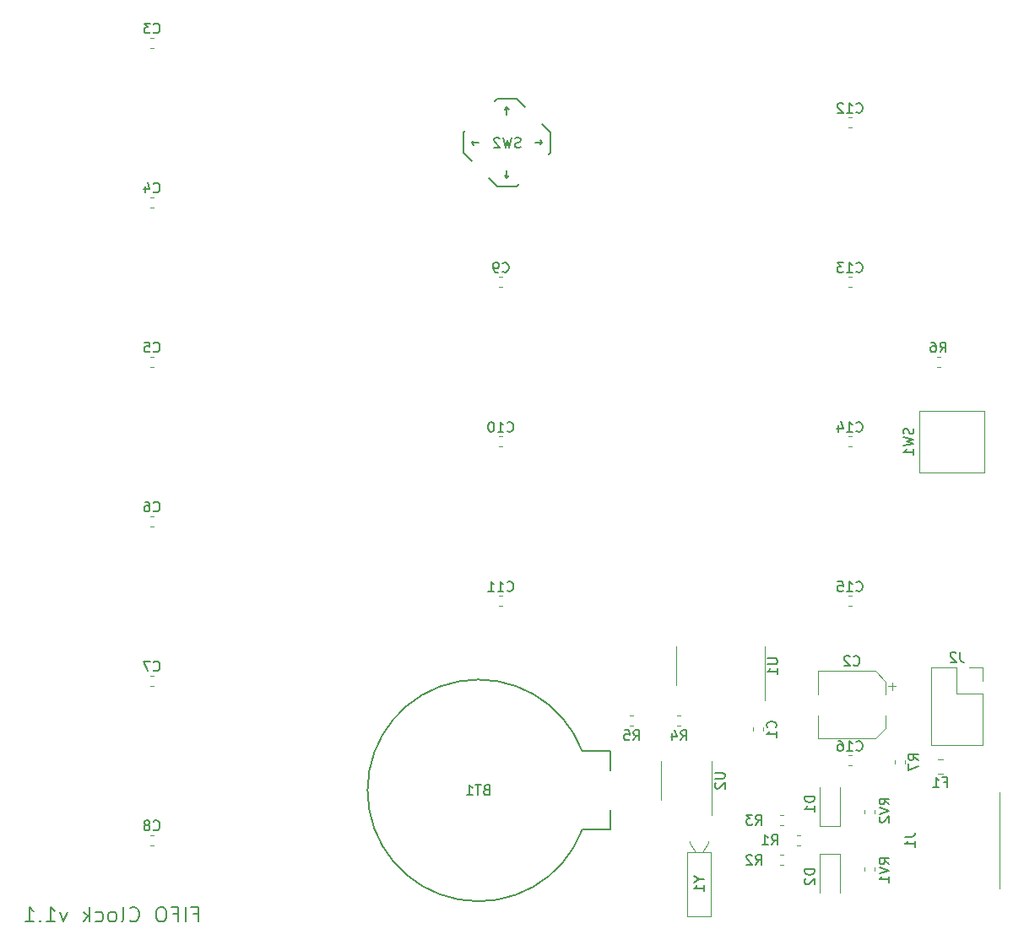
<source format=gbr>
G04 #@! TF.GenerationSoftware,KiCad,Pcbnew,5.1.3-ffb9f22~84~ubuntu18.10.1*
G04 #@! TF.CreationDate,2020-02-01T18:16:24-05:00*
G04 #@! TF.ProjectId,FIFO_Clock,4649464f-5f43-46c6-9f63-6b2e6b696361,rev?*
G04 #@! TF.SameCoordinates,PX2faf080PY2faf080*
G04 #@! TF.FileFunction,Legend,Bot*
G04 #@! TF.FilePolarity,Positive*
%FSLAX46Y46*%
G04 Gerber Fmt 4.6, Leading zero omitted, Abs format (unit mm)*
G04 Created by KiCad (PCBNEW 5.1.3-ffb9f22~84~ubuntu18.10.1) date 2020-02-01 18:16:24*
%MOMM*%
%LPD*%
G04 APERTURE LIST*
%ADD10C,0.150000*%
%ADD11C,0.120000*%
G04 APERTURE END LIST*
D10*
X19142857Y-97392857D02*
X19642857Y-97392857D01*
X19642857Y-98178571D02*
X19642857Y-96678571D01*
X18928571Y-96678571D01*
X18357142Y-98178571D02*
X18357142Y-96678571D01*
X17142857Y-97392857D02*
X17642857Y-97392857D01*
X17642857Y-98178571D02*
X17642857Y-96678571D01*
X16928571Y-96678571D01*
X16071428Y-96678571D02*
X15785714Y-96678571D01*
X15642857Y-96750000D01*
X15500000Y-96892857D01*
X15428571Y-97178571D01*
X15428571Y-97678571D01*
X15500000Y-97964285D01*
X15642857Y-98107142D01*
X15785714Y-98178571D01*
X16071428Y-98178571D01*
X16214285Y-98107142D01*
X16357142Y-97964285D01*
X16428571Y-97678571D01*
X16428571Y-97178571D01*
X16357142Y-96892857D01*
X16214285Y-96750000D01*
X16071428Y-96678571D01*
X12785714Y-98035714D02*
X12857142Y-98107142D01*
X13071428Y-98178571D01*
X13214285Y-98178571D01*
X13428571Y-98107142D01*
X13571428Y-97964285D01*
X13642857Y-97821428D01*
X13714285Y-97535714D01*
X13714285Y-97321428D01*
X13642857Y-97035714D01*
X13571428Y-96892857D01*
X13428571Y-96750000D01*
X13214285Y-96678571D01*
X13071428Y-96678571D01*
X12857142Y-96750000D01*
X12785714Y-96821428D01*
X11928571Y-98178571D02*
X12071428Y-98107142D01*
X12142857Y-97964285D01*
X12142857Y-96678571D01*
X11142857Y-98178571D02*
X11285714Y-98107142D01*
X11357142Y-98035714D01*
X11428571Y-97892857D01*
X11428571Y-97464285D01*
X11357142Y-97321428D01*
X11285714Y-97250000D01*
X11142857Y-97178571D01*
X10928571Y-97178571D01*
X10785714Y-97250000D01*
X10714285Y-97321428D01*
X10642857Y-97464285D01*
X10642857Y-97892857D01*
X10714285Y-98035714D01*
X10785714Y-98107142D01*
X10928571Y-98178571D01*
X11142857Y-98178571D01*
X9357142Y-98107142D02*
X9500000Y-98178571D01*
X9785714Y-98178571D01*
X9928571Y-98107142D01*
X10000000Y-98035714D01*
X10071428Y-97892857D01*
X10071428Y-97464285D01*
X10000000Y-97321428D01*
X9928571Y-97250000D01*
X9785714Y-97178571D01*
X9500000Y-97178571D01*
X9357142Y-97250000D01*
X8714285Y-98178571D02*
X8714285Y-96678571D01*
X8571428Y-97607142D02*
X8142857Y-98178571D01*
X8142857Y-97178571D02*
X8714285Y-97750000D01*
X6500000Y-97178571D02*
X6142857Y-98178571D01*
X5785714Y-97178571D01*
X4428571Y-98178571D02*
X5285714Y-98178571D01*
X4857142Y-98178571D02*
X4857142Y-96678571D01*
X5000000Y-96892857D01*
X5142857Y-97035714D01*
X5285714Y-97107142D01*
X3785714Y-98035714D02*
X3714285Y-98107142D01*
X3785714Y-98178571D01*
X3857142Y-98107142D01*
X3785714Y-98035714D01*
X3785714Y-98178571D01*
X2285714Y-98178571D02*
X3142857Y-98178571D01*
X2714285Y-98178571D02*
X2714285Y-96678571D01*
X2857142Y-96892857D01*
X3000000Y-97035714D01*
X3142857Y-97107142D01*
D11*
X100000000Y-85180000D02*
X100000000Y-94820000D01*
D10*
X48761522Y-23535534D02*
X49610051Y-24384062D01*
X49610051Y-24384062D02*
X51589949Y-24384062D01*
X51589949Y-24384062D02*
X51802082Y-24171930D01*
X54771930Y-21202082D02*
X54984062Y-20989949D01*
X54984062Y-20989949D02*
X54984062Y-19010051D01*
X54984062Y-19010051D02*
X54135534Y-18161522D01*
X52438478Y-16464466D02*
X51589949Y-15615938D01*
X51589949Y-15615938D02*
X49610051Y-15615938D01*
X49610051Y-15615938D02*
X49397918Y-15828070D01*
X47064466Y-21838478D02*
X46215938Y-20989949D01*
X46215938Y-20989949D02*
X46215938Y-19010051D01*
X46215938Y-19010051D02*
X46428070Y-18797918D01*
X50600000Y-16464466D02*
X50387868Y-16676598D01*
X50600000Y-16464466D02*
X50812132Y-16676598D01*
X50600000Y-16464466D02*
X50600000Y-17171573D01*
X54149034Y-19989024D02*
X53936902Y-20201156D01*
X54149034Y-19989024D02*
X53441927Y-19989024D01*
X54149034Y-19989024D02*
X53936902Y-19776892D01*
X50600000Y-23535534D02*
X50387868Y-23323402D01*
X50600000Y-23535534D02*
X50600000Y-22828427D01*
X47050966Y-20010976D02*
X47263098Y-20223108D01*
X47050966Y-20010976D02*
X47758073Y-20010976D01*
X47050966Y-20010976D02*
X47263098Y-19798844D01*
X50600000Y-23535534D02*
X50812132Y-23323402D01*
X61000000Y-88950000D02*
X61000000Y-87000000D01*
X61000000Y-88950000D02*
X58150000Y-88950000D01*
X61000000Y-81050000D02*
X58150000Y-81050000D01*
X58149998Y-81050000D02*
G75*
G03X58149999Y-88949999I-10399998J-3950000D01*
G01*
X61000000Y-83000000D02*
X61000000Y-81050000D01*
D11*
X76310000Y-78703733D02*
X76310000Y-79046267D01*
X75290000Y-78703733D02*
X75290000Y-79046267D01*
X15171267Y-10510000D02*
X14828733Y-10510000D01*
X15171267Y-9490000D02*
X14828733Y-9490000D01*
X15171267Y-25490000D02*
X14828733Y-25490000D01*
X15171267Y-26510000D02*
X14828733Y-26510000D01*
X15171267Y-42510000D02*
X14828733Y-42510000D01*
X15171267Y-41490000D02*
X14828733Y-41490000D01*
X15171267Y-57490000D02*
X14828733Y-57490000D01*
X15171267Y-58510000D02*
X14828733Y-58510000D01*
X15171267Y-74510000D02*
X14828733Y-74510000D01*
X15171267Y-73490000D02*
X14828733Y-73490000D01*
X15171267Y-89490000D02*
X14828733Y-89490000D01*
X15171267Y-90510000D02*
X14828733Y-90510000D01*
X50171267Y-33490000D02*
X49828733Y-33490000D01*
X50171267Y-34510000D02*
X49828733Y-34510000D01*
X50171267Y-50510000D02*
X49828733Y-50510000D01*
X50171267Y-49490000D02*
X49828733Y-49490000D01*
X50171267Y-66510000D02*
X49828733Y-66510000D01*
X50171267Y-65490000D02*
X49828733Y-65490000D01*
X85171267Y-17490000D02*
X84828733Y-17490000D01*
X85171267Y-18510000D02*
X84828733Y-18510000D01*
X85171267Y-34510000D02*
X84828733Y-34510000D01*
X85171267Y-33490000D02*
X84828733Y-33490000D01*
X85171267Y-49490000D02*
X84828733Y-49490000D01*
X85171267Y-50510000D02*
X84828733Y-50510000D01*
X85171267Y-65490000D02*
X84828733Y-65490000D01*
X85171267Y-66510000D02*
X84828733Y-66510000D01*
X85171267Y-82510000D02*
X84828733Y-82510000D01*
X85171267Y-81490000D02*
X84828733Y-81490000D01*
X84000000Y-88600000D02*
X82000000Y-88600000D01*
X82000000Y-88600000D02*
X82000000Y-84700000D01*
X84000000Y-88600000D02*
X84000000Y-84700000D01*
X82000000Y-91400000D02*
X82000000Y-95300000D01*
X84000000Y-91400000D02*
X84000000Y-95300000D01*
X82000000Y-91400000D02*
X84000000Y-91400000D01*
X93803922Y-83310000D02*
X94321078Y-83310000D01*
X93803922Y-81890000D02*
X94321078Y-81890000D01*
X98330000Y-80410000D02*
X93130000Y-80410000D01*
X98330000Y-75270000D02*
X98330000Y-80410000D01*
X93130000Y-72670000D02*
X93130000Y-80410000D01*
X98330000Y-75270000D02*
X95730000Y-75270000D01*
X95730000Y-75270000D02*
X95730000Y-72670000D01*
X95730000Y-72670000D02*
X93130000Y-72670000D01*
X98330000Y-74000000D02*
X98330000Y-72670000D01*
X98330000Y-72670000D02*
X97000000Y-72670000D01*
X80046267Y-89490000D02*
X79703733Y-89490000D01*
X80046267Y-90510000D02*
X79703733Y-90510000D01*
X78296267Y-92510000D02*
X77953733Y-92510000D01*
X78296267Y-91490000D02*
X77953733Y-91490000D01*
X78296267Y-87490000D02*
X77953733Y-87490000D01*
X78296267Y-88510000D02*
X77953733Y-88510000D01*
X68046267Y-78510000D02*
X67703733Y-78510000D01*
X68046267Y-77490000D02*
X67703733Y-77490000D01*
X62953733Y-77490000D02*
X63296267Y-77490000D01*
X62953733Y-78510000D02*
X63296267Y-78510000D01*
X94046267Y-42510000D02*
X93703733Y-42510000D01*
X94046267Y-41490000D02*
X93703733Y-41490000D01*
X89490000Y-82296267D02*
X89490000Y-81953733D01*
X90510000Y-82296267D02*
X90510000Y-81953733D01*
X87510000Y-93046267D02*
X87510000Y-92703733D01*
X86490000Y-93046267D02*
X86490000Y-92703733D01*
X87510000Y-86953733D02*
X87510000Y-87296267D01*
X86490000Y-86953733D02*
X86490000Y-87296267D01*
X98500000Y-46900000D02*
X92000000Y-46900000D01*
X92000000Y-46900000D02*
X92000000Y-53100000D01*
X92000000Y-53100000D02*
X98500000Y-53100000D01*
X98500000Y-53100000D02*
X98500000Y-46900000D01*
X67565000Y-72525000D02*
X67565000Y-70575000D01*
X67565000Y-72525000D02*
X67565000Y-74475000D01*
X76435000Y-72525000D02*
X76435000Y-70575000D01*
X76435000Y-72525000D02*
X76435000Y-75975000D01*
X71160000Y-84000000D02*
X71160000Y-87450000D01*
X71160000Y-84000000D02*
X71160000Y-82050000D01*
X66040000Y-84000000D02*
X66040000Y-85950000D01*
X66040000Y-84000000D02*
X66040000Y-82050000D01*
X68900000Y-90300000D02*
X68900000Y-90100000D01*
X69500000Y-91200000D02*
X68900000Y-90300000D01*
X70800000Y-90300000D02*
X70800000Y-90100000D01*
X70200000Y-91200000D02*
X70800000Y-90300000D01*
X68650000Y-91200000D02*
X71050000Y-91200000D01*
X68650000Y-97600000D02*
X68650000Y-91200000D01*
X71050000Y-97600000D02*
X68650000Y-97600000D01*
X71050000Y-91200000D02*
X71050000Y-97600000D01*
X81790000Y-79810000D02*
X81790000Y-77460000D01*
X81790000Y-72990000D02*
X81790000Y-75340000D01*
X87545563Y-72990000D02*
X81790000Y-72990000D01*
X87545563Y-79810000D02*
X81790000Y-79810000D01*
X88610000Y-78745563D02*
X88610000Y-77460000D01*
X88610000Y-74054437D02*
X88610000Y-75340000D01*
X88610000Y-74054437D02*
X87545563Y-72990000D01*
X88610000Y-78745563D02*
X87545563Y-79810000D01*
X89637500Y-74552500D02*
X88850000Y-74552500D01*
X89243750Y-74158750D02*
X89243750Y-74946250D01*
D10*
X90502380Y-89666666D02*
X91216666Y-89666666D01*
X91359523Y-89619047D01*
X91454761Y-89523809D01*
X91502380Y-89380952D01*
X91502380Y-89285714D01*
X91502380Y-90666666D02*
X91502380Y-90095238D01*
X91502380Y-90380952D02*
X90502380Y-90380952D01*
X90645238Y-90285714D01*
X90740476Y-90190476D01*
X90788095Y-90095238D01*
X51975759Y-20447187D02*
X51832902Y-20494806D01*
X51594806Y-20494806D01*
X51499568Y-20447187D01*
X51451949Y-20399568D01*
X51404330Y-20304330D01*
X51404330Y-20209092D01*
X51451949Y-20113854D01*
X51499568Y-20066235D01*
X51594806Y-20018616D01*
X51785283Y-19970997D01*
X51880521Y-19923378D01*
X51928140Y-19875759D01*
X51975759Y-19780521D01*
X51975759Y-19685283D01*
X51928140Y-19590045D01*
X51880521Y-19542426D01*
X51785283Y-19494806D01*
X51547187Y-19494806D01*
X51404330Y-19542426D01*
X51070997Y-19494806D02*
X50832902Y-20494806D01*
X50642426Y-19780521D01*
X50451949Y-20494806D01*
X50213854Y-19494806D01*
X49880521Y-19590045D02*
X49832902Y-19542426D01*
X49737664Y-19494806D01*
X49499568Y-19494806D01*
X49404330Y-19542426D01*
X49356711Y-19590045D01*
X49309092Y-19685283D01*
X49309092Y-19780521D01*
X49356711Y-19923378D01*
X49928140Y-20494806D01*
X49309092Y-20494806D01*
X48535714Y-84928571D02*
X48392857Y-84976190D01*
X48345238Y-85023809D01*
X48297619Y-85119047D01*
X48297619Y-85261904D01*
X48345238Y-85357142D01*
X48392857Y-85404761D01*
X48488095Y-85452380D01*
X48869047Y-85452380D01*
X48869047Y-84452380D01*
X48535714Y-84452380D01*
X48440476Y-84500000D01*
X48392857Y-84547619D01*
X48345238Y-84642857D01*
X48345238Y-84738095D01*
X48392857Y-84833333D01*
X48440476Y-84880952D01*
X48535714Y-84928571D01*
X48869047Y-84928571D01*
X48011904Y-84452380D02*
X47440476Y-84452380D01*
X47726190Y-85452380D02*
X47726190Y-84452380D01*
X46583333Y-85452380D02*
X47154761Y-85452380D01*
X46869047Y-85452380D02*
X46869047Y-84452380D01*
X46964285Y-84595238D01*
X47059523Y-84690476D01*
X47154761Y-84738095D01*
X77557142Y-78708333D02*
X77604761Y-78660714D01*
X77652380Y-78517857D01*
X77652380Y-78422619D01*
X77604761Y-78279761D01*
X77509523Y-78184523D01*
X77414285Y-78136904D01*
X77223809Y-78089285D01*
X77080952Y-78089285D01*
X76890476Y-78136904D01*
X76795238Y-78184523D01*
X76700000Y-78279761D01*
X76652380Y-78422619D01*
X76652380Y-78517857D01*
X76700000Y-78660714D01*
X76747619Y-78708333D01*
X77652380Y-79660714D02*
X77652380Y-79089285D01*
X77652380Y-79375000D02*
X76652380Y-79375000D01*
X76795238Y-79279761D01*
X76890476Y-79184523D01*
X76938095Y-79089285D01*
X15166666Y-8927142D02*
X15214285Y-8974761D01*
X15357142Y-9022380D01*
X15452380Y-9022380D01*
X15595238Y-8974761D01*
X15690476Y-8879523D01*
X15738095Y-8784285D01*
X15785714Y-8593809D01*
X15785714Y-8450952D01*
X15738095Y-8260476D01*
X15690476Y-8165238D01*
X15595238Y-8070000D01*
X15452380Y-8022380D01*
X15357142Y-8022380D01*
X15214285Y-8070000D01*
X15166666Y-8117619D01*
X14833333Y-8022380D02*
X14214285Y-8022380D01*
X14547619Y-8403333D01*
X14404761Y-8403333D01*
X14309523Y-8450952D01*
X14261904Y-8498571D01*
X14214285Y-8593809D01*
X14214285Y-8831904D01*
X14261904Y-8927142D01*
X14309523Y-8974761D01*
X14404761Y-9022380D01*
X14690476Y-9022380D01*
X14785714Y-8974761D01*
X14833333Y-8927142D01*
X15166666Y-24927142D02*
X15214285Y-24974761D01*
X15357142Y-25022380D01*
X15452380Y-25022380D01*
X15595238Y-24974761D01*
X15690476Y-24879523D01*
X15738095Y-24784285D01*
X15785714Y-24593809D01*
X15785714Y-24450952D01*
X15738095Y-24260476D01*
X15690476Y-24165238D01*
X15595238Y-24070000D01*
X15452380Y-24022380D01*
X15357142Y-24022380D01*
X15214285Y-24070000D01*
X15166666Y-24117619D01*
X14309523Y-24355714D02*
X14309523Y-25022380D01*
X14547619Y-23974761D02*
X14785714Y-24689047D01*
X14166666Y-24689047D01*
X15166666Y-40927142D02*
X15214285Y-40974761D01*
X15357142Y-41022380D01*
X15452380Y-41022380D01*
X15595238Y-40974761D01*
X15690476Y-40879523D01*
X15738095Y-40784285D01*
X15785714Y-40593809D01*
X15785714Y-40450952D01*
X15738095Y-40260476D01*
X15690476Y-40165238D01*
X15595238Y-40070000D01*
X15452380Y-40022380D01*
X15357142Y-40022380D01*
X15214285Y-40070000D01*
X15166666Y-40117619D01*
X14261904Y-40022380D02*
X14738095Y-40022380D01*
X14785714Y-40498571D01*
X14738095Y-40450952D01*
X14642857Y-40403333D01*
X14404761Y-40403333D01*
X14309523Y-40450952D01*
X14261904Y-40498571D01*
X14214285Y-40593809D01*
X14214285Y-40831904D01*
X14261904Y-40927142D01*
X14309523Y-40974761D01*
X14404761Y-41022380D01*
X14642857Y-41022380D01*
X14738095Y-40974761D01*
X14785714Y-40927142D01*
X15166666Y-56927142D02*
X15214285Y-56974761D01*
X15357142Y-57022380D01*
X15452380Y-57022380D01*
X15595238Y-56974761D01*
X15690476Y-56879523D01*
X15738095Y-56784285D01*
X15785714Y-56593809D01*
X15785714Y-56450952D01*
X15738095Y-56260476D01*
X15690476Y-56165238D01*
X15595238Y-56070000D01*
X15452380Y-56022380D01*
X15357142Y-56022380D01*
X15214285Y-56070000D01*
X15166666Y-56117619D01*
X14309523Y-56022380D02*
X14500000Y-56022380D01*
X14595238Y-56070000D01*
X14642857Y-56117619D01*
X14738095Y-56260476D01*
X14785714Y-56450952D01*
X14785714Y-56831904D01*
X14738095Y-56927142D01*
X14690476Y-56974761D01*
X14595238Y-57022380D01*
X14404761Y-57022380D01*
X14309523Y-56974761D01*
X14261904Y-56927142D01*
X14214285Y-56831904D01*
X14214285Y-56593809D01*
X14261904Y-56498571D01*
X14309523Y-56450952D01*
X14404761Y-56403333D01*
X14595238Y-56403333D01*
X14690476Y-56450952D01*
X14738095Y-56498571D01*
X14785714Y-56593809D01*
X15166666Y-72927142D02*
X15214285Y-72974761D01*
X15357142Y-73022380D01*
X15452380Y-73022380D01*
X15595238Y-72974761D01*
X15690476Y-72879523D01*
X15738095Y-72784285D01*
X15785714Y-72593809D01*
X15785714Y-72450952D01*
X15738095Y-72260476D01*
X15690476Y-72165238D01*
X15595238Y-72070000D01*
X15452380Y-72022380D01*
X15357142Y-72022380D01*
X15214285Y-72070000D01*
X15166666Y-72117619D01*
X14833333Y-72022380D02*
X14166666Y-72022380D01*
X14595238Y-73022380D01*
X15166666Y-88927142D02*
X15214285Y-88974761D01*
X15357142Y-89022380D01*
X15452380Y-89022380D01*
X15595238Y-88974761D01*
X15690476Y-88879523D01*
X15738095Y-88784285D01*
X15785714Y-88593809D01*
X15785714Y-88450952D01*
X15738095Y-88260476D01*
X15690476Y-88165238D01*
X15595238Y-88070000D01*
X15452380Y-88022380D01*
X15357142Y-88022380D01*
X15214285Y-88070000D01*
X15166666Y-88117619D01*
X14595238Y-88450952D02*
X14690476Y-88403333D01*
X14738095Y-88355714D01*
X14785714Y-88260476D01*
X14785714Y-88212857D01*
X14738095Y-88117619D01*
X14690476Y-88070000D01*
X14595238Y-88022380D01*
X14404761Y-88022380D01*
X14309523Y-88070000D01*
X14261904Y-88117619D01*
X14214285Y-88212857D01*
X14214285Y-88260476D01*
X14261904Y-88355714D01*
X14309523Y-88403333D01*
X14404761Y-88450952D01*
X14595238Y-88450952D01*
X14690476Y-88498571D01*
X14738095Y-88546190D01*
X14785714Y-88641428D01*
X14785714Y-88831904D01*
X14738095Y-88927142D01*
X14690476Y-88974761D01*
X14595238Y-89022380D01*
X14404761Y-89022380D01*
X14309523Y-88974761D01*
X14261904Y-88927142D01*
X14214285Y-88831904D01*
X14214285Y-88641428D01*
X14261904Y-88546190D01*
X14309523Y-88498571D01*
X14404761Y-88450952D01*
X50166666Y-32927142D02*
X50214285Y-32974761D01*
X50357142Y-33022380D01*
X50452380Y-33022380D01*
X50595238Y-32974761D01*
X50690476Y-32879523D01*
X50738095Y-32784285D01*
X50785714Y-32593809D01*
X50785714Y-32450952D01*
X50738095Y-32260476D01*
X50690476Y-32165238D01*
X50595238Y-32070000D01*
X50452380Y-32022380D01*
X50357142Y-32022380D01*
X50214285Y-32070000D01*
X50166666Y-32117619D01*
X49690476Y-33022380D02*
X49500000Y-33022380D01*
X49404761Y-32974761D01*
X49357142Y-32927142D01*
X49261904Y-32784285D01*
X49214285Y-32593809D01*
X49214285Y-32212857D01*
X49261904Y-32117619D01*
X49309523Y-32070000D01*
X49404761Y-32022380D01*
X49595238Y-32022380D01*
X49690476Y-32070000D01*
X49738095Y-32117619D01*
X49785714Y-32212857D01*
X49785714Y-32450952D01*
X49738095Y-32546190D01*
X49690476Y-32593809D01*
X49595238Y-32641428D01*
X49404761Y-32641428D01*
X49309523Y-32593809D01*
X49261904Y-32546190D01*
X49214285Y-32450952D01*
X50642857Y-48927142D02*
X50690476Y-48974761D01*
X50833333Y-49022380D01*
X50928571Y-49022380D01*
X51071428Y-48974761D01*
X51166666Y-48879523D01*
X51214285Y-48784285D01*
X51261904Y-48593809D01*
X51261904Y-48450952D01*
X51214285Y-48260476D01*
X51166666Y-48165238D01*
X51071428Y-48070000D01*
X50928571Y-48022380D01*
X50833333Y-48022380D01*
X50690476Y-48070000D01*
X50642857Y-48117619D01*
X49690476Y-49022380D02*
X50261904Y-49022380D01*
X49976190Y-49022380D02*
X49976190Y-48022380D01*
X50071428Y-48165238D01*
X50166666Y-48260476D01*
X50261904Y-48308095D01*
X49071428Y-48022380D02*
X48976190Y-48022380D01*
X48880952Y-48070000D01*
X48833333Y-48117619D01*
X48785714Y-48212857D01*
X48738095Y-48403333D01*
X48738095Y-48641428D01*
X48785714Y-48831904D01*
X48833333Y-48927142D01*
X48880952Y-48974761D01*
X48976190Y-49022380D01*
X49071428Y-49022380D01*
X49166666Y-48974761D01*
X49214285Y-48927142D01*
X49261904Y-48831904D01*
X49309523Y-48641428D01*
X49309523Y-48403333D01*
X49261904Y-48212857D01*
X49214285Y-48117619D01*
X49166666Y-48070000D01*
X49071428Y-48022380D01*
X50642857Y-64927142D02*
X50690476Y-64974761D01*
X50833333Y-65022380D01*
X50928571Y-65022380D01*
X51071428Y-64974761D01*
X51166666Y-64879523D01*
X51214285Y-64784285D01*
X51261904Y-64593809D01*
X51261904Y-64450952D01*
X51214285Y-64260476D01*
X51166666Y-64165238D01*
X51071428Y-64070000D01*
X50928571Y-64022380D01*
X50833333Y-64022380D01*
X50690476Y-64070000D01*
X50642857Y-64117619D01*
X49690476Y-65022380D02*
X50261904Y-65022380D01*
X49976190Y-65022380D02*
X49976190Y-64022380D01*
X50071428Y-64165238D01*
X50166666Y-64260476D01*
X50261904Y-64308095D01*
X48738095Y-65022380D02*
X49309523Y-65022380D01*
X49023809Y-65022380D02*
X49023809Y-64022380D01*
X49119047Y-64165238D01*
X49214285Y-64260476D01*
X49309523Y-64308095D01*
X85642857Y-16927142D02*
X85690476Y-16974761D01*
X85833333Y-17022380D01*
X85928571Y-17022380D01*
X86071428Y-16974761D01*
X86166666Y-16879523D01*
X86214285Y-16784285D01*
X86261904Y-16593809D01*
X86261904Y-16450952D01*
X86214285Y-16260476D01*
X86166666Y-16165238D01*
X86071428Y-16070000D01*
X85928571Y-16022380D01*
X85833333Y-16022380D01*
X85690476Y-16070000D01*
X85642857Y-16117619D01*
X84690476Y-17022380D02*
X85261904Y-17022380D01*
X84976190Y-17022380D02*
X84976190Y-16022380D01*
X85071428Y-16165238D01*
X85166666Y-16260476D01*
X85261904Y-16308095D01*
X84309523Y-16117619D02*
X84261904Y-16070000D01*
X84166666Y-16022380D01*
X83928571Y-16022380D01*
X83833333Y-16070000D01*
X83785714Y-16117619D01*
X83738095Y-16212857D01*
X83738095Y-16308095D01*
X83785714Y-16450952D01*
X84357142Y-17022380D01*
X83738095Y-17022380D01*
X85642857Y-32927142D02*
X85690476Y-32974761D01*
X85833333Y-33022380D01*
X85928571Y-33022380D01*
X86071428Y-32974761D01*
X86166666Y-32879523D01*
X86214285Y-32784285D01*
X86261904Y-32593809D01*
X86261904Y-32450952D01*
X86214285Y-32260476D01*
X86166666Y-32165238D01*
X86071428Y-32070000D01*
X85928571Y-32022380D01*
X85833333Y-32022380D01*
X85690476Y-32070000D01*
X85642857Y-32117619D01*
X84690476Y-33022380D02*
X85261904Y-33022380D01*
X84976190Y-33022380D02*
X84976190Y-32022380D01*
X85071428Y-32165238D01*
X85166666Y-32260476D01*
X85261904Y-32308095D01*
X84357142Y-32022380D02*
X83738095Y-32022380D01*
X84071428Y-32403333D01*
X83928571Y-32403333D01*
X83833333Y-32450952D01*
X83785714Y-32498571D01*
X83738095Y-32593809D01*
X83738095Y-32831904D01*
X83785714Y-32927142D01*
X83833333Y-32974761D01*
X83928571Y-33022380D01*
X84214285Y-33022380D01*
X84309523Y-32974761D01*
X84357142Y-32927142D01*
X85642857Y-48927142D02*
X85690476Y-48974761D01*
X85833333Y-49022380D01*
X85928571Y-49022380D01*
X86071428Y-48974761D01*
X86166666Y-48879523D01*
X86214285Y-48784285D01*
X86261904Y-48593809D01*
X86261904Y-48450952D01*
X86214285Y-48260476D01*
X86166666Y-48165238D01*
X86071428Y-48070000D01*
X85928571Y-48022380D01*
X85833333Y-48022380D01*
X85690476Y-48070000D01*
X85642857Y-48117619D01*
X84690476Y-49022380D02*
X85261904Y-49022380D01*
X84976190Y-49022380D02*
X84976190Y-48022380D01*
X85071428Y-48165238D01*
X85166666Y-48260476D01*
X85261904Y-48308095D01*
X83833333Y-48355714D02*
X83833333Y-49022380D01*
X84071428Y-47974761D02*
X84309523Y-48689047D01*
X83690476Y-48689047D01*
X85642857Y-64927142D02*
X85690476Y-64974761D01*
X85833333Y-65022380D01*
X85928571Y-65022380D01*
X86071428Y-64974761D01*
X86166666Y-64879523D01*
X86214285Y-64784285D01*
X86261904Y-64593809D01*
X86261904Y-64450952D01*
X86214285Y-64260476D01*
X86166666Y-64165238D01*
X86071428Y-64070000D01*
X85928571Y-64022380D01*
X85833333Y-64022380D01*
X85690476Y-64070000D01*
X85642857Y-64117619D01*
X84690476Y-65022380D02*
X85261904Y-65022380D01*
X84976190Y-65022380D02*
X84976190Y-64022380D01*
X85071428Y-64165238D01*
X85166666Y-64260476D01*
X85261904Y-64308095D01*
X83785714Y-64022380D02*
X84261904Y-64022380D01*
X84309523Y-64498571D01*
X84261904Y-64450952D01*
X84166666Y-64403333D01*
X83928571Y-64403333D01*
X83833333Y-64450952D01*
X83785714Y-64498571D01*
X83738095Y-64593809D01*
X83738095Y-64831904D01*
X83785714Y-64927142D01*
X83833333Y-64974761D01*
X83928571Y-65022380D01*
X84166666Y-65022380D01*
X84261904Y-64974761D01*
X84309523Y-64927142D01*
X85642857Y-80927142D02*
X85690476Y-80974761D01*
X85833333Y-81022380D01*
X85928571Y-81022380D01*
X86071428Y-80974761D01*
X86166666Y-80879523D01*
X86214285Y-80784285D01*
X86261904Y-80593809D01*
X86261904Y-80450952D01*
X86214285Y-80260476D01*
X86166666Y-80165238D01*
X86071428Y-80070000D01*
X85928571Y-80022380D01*
X85833333Y-80022380D01*
X85690476Y-80070000D01*
X85642857Y-80117619D01*
X84690476Y-81022380D02*
X85261904Y-81022380D01*
X84976190Y-81022380D02*
X84976190Y-80022380D01*
X85071428Y-80165238D01*
X85166666Y-80260476D01*
X85261904Y-80308095D01*
X83833333Y-80022380D02*
X84023809Y-80022380D01*
X84119047Y-80070000D01*
X84166666Y-80117619D01*
X84261904Y-80260476D01*
X84309523Y-80450952D01*
X84309523Y-80831904D01*
X84261904Y-80927142D01*
X84214285Y-80974761D01*
X84119047Y-81022380D01*
X83928571Y-81022380D01*
X83833333Y-80974761D01*
X83785714Y-80927142D01*
X83738095Y-80831904D01*
X83738095Y-80593809D01*
X83785714Y-80498571D01*
X83833333Y-80450952D01*
X83928571Y-80403333D01*
X84119047Y-80403333D01*
X84214285Y-80450952D01*
X84261904Y-80498571D01*
X84309523Y-80593809D01*
X81452380Y-85611904D02*
X80452380Y-85611904D01*
X80452380Y-85850000D01*
X80500000Y-85992857D01*
X80595238Y-86088095D01*
X80690476Y-86135714D01*
X80880952Y-86183333D01*
X81023809Y-86183333D01*
X81214285Y-86135714D01*
X81309523Y-86088095D01*
X81404761Y-85992857D01*
X81452380Y-85850000D01*
X81452380Y-85611904D01*
X81452380Y-87135714D02*
X81452380Y-86564285D01*
X81452380Y-86850000D02*
X80452380Y-86850000D01*
X80595238Y-86754761D01*
X80690476Y-86659523D01*
X80738095Y-86564285D01*
X81452380Y-92911904D02*
X80452380Y-92911904D01*
X80452380Y-93150000D01*
X80500000Y-93292857D01*
X80595238Y-93388095D01*
X80690476Y-93435714D01*
X80880952Y-93483333D01*
X81023809Y-93483333D01*
X81214285Y-93435714D01*
X81309523Y-93388095D01*
X81404761Y-93292857D01*
X81452380Y-93150000D01*
X81452380Y-92911904D01*
X80547619Y-93864285D02*
X80500000Y-93911904D01*
X80452380Y-94007142D01*
X80452380Y-94245238D01*
X80500000Y-94340476D01*
X80547619Y-94388095D01*
X80642857Y-94435714D01*
X80738095Y-94435714D01*
X80880952Y-94388095D01*
X81452380Y-93816666D01*
X81452380Y-94435714D01*
X94395833Y-84178571D02*
X94729166Y-84178571D01*
X94729166Y-84702380D02*
X94729166Y-83702380D01*
X94252976Y-83702380D01*
X93348214Y-84702380D02*
X93919642Y-84702380D01*
X93633928Y-84702380D02*
X93633928Y-83702380D01*
X93729166Y-83845238D01*
X93824404Y-83940476D01*
X93919642Y-83988095D01*
X96063333Y-71122380D02*
X96063333Y-71836666D01*
X96110952Y-71979523D01*
X96206190Y-72074761D01*
X96349047Y-72122380D01*
X96444285Y-72122380D01*
X95634761Y-71217619D02*
X95587142Y-71170000D01*
X95491904Y-71122380D01*
X95253809Y-71122380D01*
X95158571Y-71170000D01*
X95110952Y-71217619D01*
X95063333Y-71312857D01*
X95063333Y-71408095D01*
X95110952Y-71550952D01*
X95682380Y-72122380D01*
X95063333Y-72122380D01*
X77166666Y-90452380D02*
X77500000Y-89976190D01*
X77738095Y-90452380D02*
X77738095Y-89452380D01*
X77357142Y-89452380D01*
X77261904Y-89500000D01*
X77214285Y-89547619D01*
X77166666Y-89642857D01*
X77166666Y-89785714D01*
X77214285Y-89880952D01*
X77261904Y-89928571D01*
X77357142Y-89976190D01*
X77738095Y-89976190D01*
X76214285Y-90452380D02*
X76785714Y-90452380D01*
X76500000Y-90452380D02*
X76500000Y-89452380D01*
X76595238Y-89595238D01*
X76690476Y-89690476D01*
X76785714Y-89738095D01*
X75566666Y-92452380D02*
X75900000Y-91976190D01*
X76138095Y-92452380D02*
X76138095Y-91452380D01*
X75757142Y-91452380D01*
X75661904Y-91500000D01*
X75614285Y-91547619D01*
X75566666Y-91642857D01*
X75566666Y-91785714D01*
X75614285Y-91880952D01*
X75661904Y-91928571D01*
X75757142Y-91976190D01*
X76138095Y-91976190D01*
X75185714Y-91547619D02*
X75138095Y-91500000D01*
X75042857Y-91452380D01*
X74804761Y-91452380D01*
X74709523Y-91500000D01*
X74661904Y-91547619D01*
X74614285Y-91642857D01*
X74614285Y-91738095D01*
X74661904Y-91880952D01*
X75233333Y-92452380D01*
X74614285Y-92452380D01*
X75566666Y-88452380D02*
X75900000Y-87976190D01*
X76138095Y-88452380D02*
X76138095Y-87452380D01*
X75757142Y-87452380D01*
X75661904Y-87500000D01*
X75614285Y-87547619D01*
X75566666Y-87642857D01*
X75566666Y-87785714D01*
X75614285Y-87880952D01*
X75661904Y-87928571D01*
X75757142Y-87976190D01*
X76138095Y-87976190D01*
X75233333Y-87452380D02*
X74614285Y-87452380D01*
X74947619Y-87833333D01*
X74804761Y-87833333D01*
X74709523Y-87880952D01*
X74661904Y-87928571D01*
X74614285Y-88023809D01*
X74614285Y-88261904D01*
X74661904Y-88357142D01*
X74709523Y-88404761D01*
X74804761Y-88452380D01*
X75090476Y-88452380D01*
X75185714Y-88404761D01*
X75233333Y-88357142D01*
X68041666Y-79952380D02*
X68375000Y-79476190D01*
X68613095Y-79952380D02*
X68613095Y-78952380D01*
X68232142Y-78952380D01*
X68136904Y-79000000D01*
X68089285Y-79047619D01*
X68041666Y-79142857D01*
X68041666Y-79285714D01*
X68089285Y-79380952D01*
X68136904Y-79428571D01*
X68232142Y-79476190D01*
X68613095Y-79476190D01*
X67184523Y-79285714D02*
X67184523Y-79952380D01*
X67422619Y-78904761D02*
X67660714Y-79619047D01*
X67041666Y-79619047D01*
X63291666Y-79952380D02*
X63625000Y-79476190D01*
X63863095Y-79952380D02*
X63863095Y-78952380D01*
X63482142Y-78952380D01*
X63386904Y-79000000D01*
X63339285Y-79047619D01*
X63291666Y-79142857D01*
X63291666Y-79285714D01*
X63339285Y-79380952D01*
X63386904Y-79428571D01*
X63482142Y-79476190D01*
X63863095Y-79476190D01*
X62386904Y-78952380D02*
X62863095Y-78952380D01*
X62910714Y-79428571D01*
X62863095Y-79380952D01*
X62767857Y-79333333D01*
X62529761Y-79333333D01*
X62434523Y-79380952D01*
X62386904Y-79428571D01*
X62339285Y-79523809D01*
X62339285Y-79761904D01*
X62386904Y-79857142D01*
X62434523Y-79904761D01*
X62529761Y-79952380D01*
X62767857Y-79952380D01*
X62863095Y-79904761D01*
X62910714Y-79857142D01*
X94041666Y-41022380D02*
X94375000Y-40546190D01*
X94613095Y-41022380D02*
X94613095Y-40022380D01*
X94232142Y-40022380D01*
X94136904Y-40070000D01*
X94089285Y-40117619D01*
X94041666Y-40212857D01*
X94041666Y-40355714D01*
X94089285Y-40450952D01*
X94136904Y-40498571D01*
X94232142Y-40546190D01*
X94613095Y-40546190D01*
X93184523Y-40022380D02*
X93375000Y-40022380D01*
X93470238Y-40070000D01*
X93517857Y-40117619D01*
X93613095Y-40260476D01*
X93660714Y-40450952D01*
X93660714Y-40831904D01*
X93613095Y-40927142D01*
X93565476Y-40974761D01*
X93470238Y-41022380D01*
X93279761Y-41022380D01*
X93184523Y-40974761D01*
X93136904Y-40927142D01*
X93089285Y-40831904D01*
X93089285Y-40593809D01*
X93136904Y-40498571D01*
X93184523Y-40450952D01*
X93279761Y-40403333D01*
X93470238Y-40403333D01*
X93565476Y-40450952D01*
X93613095Y-40498571D01*
X93660714Y-40593809D01*
X91882380Y-81958333D02*
X91406190Y-81625000D01*
X91882380Y-81386904D02*
X90882380Y-81386904D01*
X90882380Y-81767857D01*
X90930000Y-81863095D01*
X90977619Y-81910714D01*
X91072857Y-81958333D01*
X91215714Y-81958333D01*
X91310952Y-81910714D01*
X91358571Y-81863095D01*
X91406190Y-81767857D01*
X91406190Y-81386904D01*
X90882380Y-82291666D02*
X90882380Y-82958333D01*
X91882380Y-82529761D01*
X88952380Y-92404761D02*
X88476190Y-92071428D01*
X88952380Y-91833333D02*
X87952380Y-91833333D01*
X87952380Y-92214285D01*
X88000000Y-92309523D01*
X88047619Y-92357142D01*
X88142857Y-92404761D01*
X88285714Y-92404761D01*
X88380952Y-92357142D01*
X88428571Y-92309523D01*
X88476190Y-92214285D01*
X88476190Y-91833333D01*
X87952380Y-92690476D02*
X88952380Y-93023809D01*
X87952380Y-93357142D01*
X88952380Y-94214285D02*
X88952380Y-93642857D01*
X88952380Y-93928571D02*
X87952380Y-93928571D01*
X88095238Y-93833333D01*
X88190476Y-93738095D01*
X88238095Y-93642857D01*
X88952380Y-86404761D02*
X88476190Y-86071428D01*
X88952380Y-85833333D02*
X87952380Y-85833333D01*
X87952380Y-86214285D01*
X88000000Y-86309523D01*
X88047619Y-86357142D01*
X88142857Y-86404761D01*
X88285714Y-86404761D01*
X88380952Y-86357142D01*
X88428571Y-86309523D01*
X88476190Y-86214285D01*
X88476190Y-85833333D01*
X87952380Y-86690476D02*
X88952380Y-87023809D01*
X87952380Y-87357142D01*
X88047619Y-87642857D02*
X88000000Y-87690476D01*
X87952380Y-87785714D01*
X87952380Y-88023809D01*
X88000000Y-88119047D01*
X88047619Y-88166666D01*
X88142857Y-88214285D01*
X88238095Y-88214285D01*
X88380952Y-88166666D01*
X88952380Y-87595238D01*
X88952380Y-88214285D01*
X91336761Y-48666666D02*
X91384380Y-48809523D01*
X91384380Y-49047619D01*
X91336761Y-49142857D01*
X91289142Y-49190476D01*
X91193904Y-49238095D01*
X91098666Y-49238095D01*
X91003428Y-49190476D01*
X90955809Y-49142857D01*
X90908190Y-49047619D01*
X90860571Y-48857142D01*
X90812952Y-48761904D01*
X90765333Y-48714285D01*
X90670095Y-48666666D01*
X90574857Y-48666666D01*
X90479619Y-48714285D01*
X90432000Y-48761904D01*
X90384380Y-48857142D01*
X90384380Y-49095238D01*
X90432000Y-49238095D01*
X90384380Y-49571428D02*
X91384380Y-49809523D01*
X90670095Y-50000000D01*
X91384380Y-50190476D01*
X90384380Y-50428571D01*
X91384380Y-51333333D02*
X91384380Y-50761904D01*
X91384380Y-51047619D02*
X90384380Y-51047619D01*
X90527238Y-50952380D01*
X90622476Y-50857142D01*
X90670095Y-50761904D01*
X76732380Y-71763095D02*
X77541904Y-71763095D01*
X77637142Y-71810714D01*
X77684761Y-71858333D01*
X77732380Y-71953571D01*
X77732380Y-72144047D01*
X77684761Y-72239285D01*
X77637142Y-72286904D01*
X77541904Y-72334523D01*
X76732380Y-72334523D01*
X77732380Y-73334523D02*
X77732380Y-72763095D01*
X77732380Y-73048809D02*
X76732380Y-73048809D01*
X76875238Y-72953571D01*
X76970476Y-72858333D01*
X77018095Y-72763095D01*
X71452380Y-83238095D02*
X72261904Y-83238095D01*
X72357142Y-83285714D01*
X72404761Y-83333333D01*
X72452380Y-83428571D01*
X72452380Y-83619047D01*
X72404761Y-83714285D01*
X72357142Y-83761904D01*
X72261904Y-83809523D01*
X71452380Y-83809523D01*
X71547619Y-84238095D02*
X71500000Y-84285714D01*
X71452380Y-84380952D01*
X71452380Y-84619047D01*
X71500000Y-84714285D01*
X71547619Y-84761904D01*
X71642857Y-84809523D01*
X71738095Y-84809523D01*
X71880952Y-84761904D01*
X72452380Y-84190476D01*
X72452380Y-84809523D01*
X69876190Y-93923809D02*
X70352380Y-93923809D01*
X69352380Y-93590476D02*
X69876190Y-93923809D01*
X69352380Y-94257142D01*
X70352380Y-95114285D02*
X70352380Y-94542857D01*
X70352380Y-94828571D02*
X69352380Y-94828571D01*
X69495238Y-94733333D01*
X69590476Y-94638095D01*
X69638095Y-94542857D01*
X85366666Y-72407142D02*
X85414285Y-72454761D01*
X85557142Y-72502380D01*
X85652380Y-72502380D01*
X85795238Y-72454761D01*
X85890476Y-72359523D01*
X85938095Y-72264285D01*
X85985714Y-72073809D01*
X85985714Y-71930952D01*
X85938095Y-71740476D01*
X85890476Y-71645238D01*
X85795238Y-71550000D01*
X85652380Y-71502380D01*
X85557142Y-71502380D01*
X85414285Y-71550000D01*
X85366666Y-71597619D01*
X84985714Y-71597619D02*
X84938095Y-71550000D01*
X84842857Y-71502380D01*
X84604761Y-71502380D01*
X84509523Y-71550000D01*
X84461904Y-71597619D01*
X84414285Y-71692857D01*
X84414285Y-71788095D01*
X84461904Y-71930952D01*
X85033333Y-72502380D01*
X84414285Y-72502380D01*
M02*

</source>
